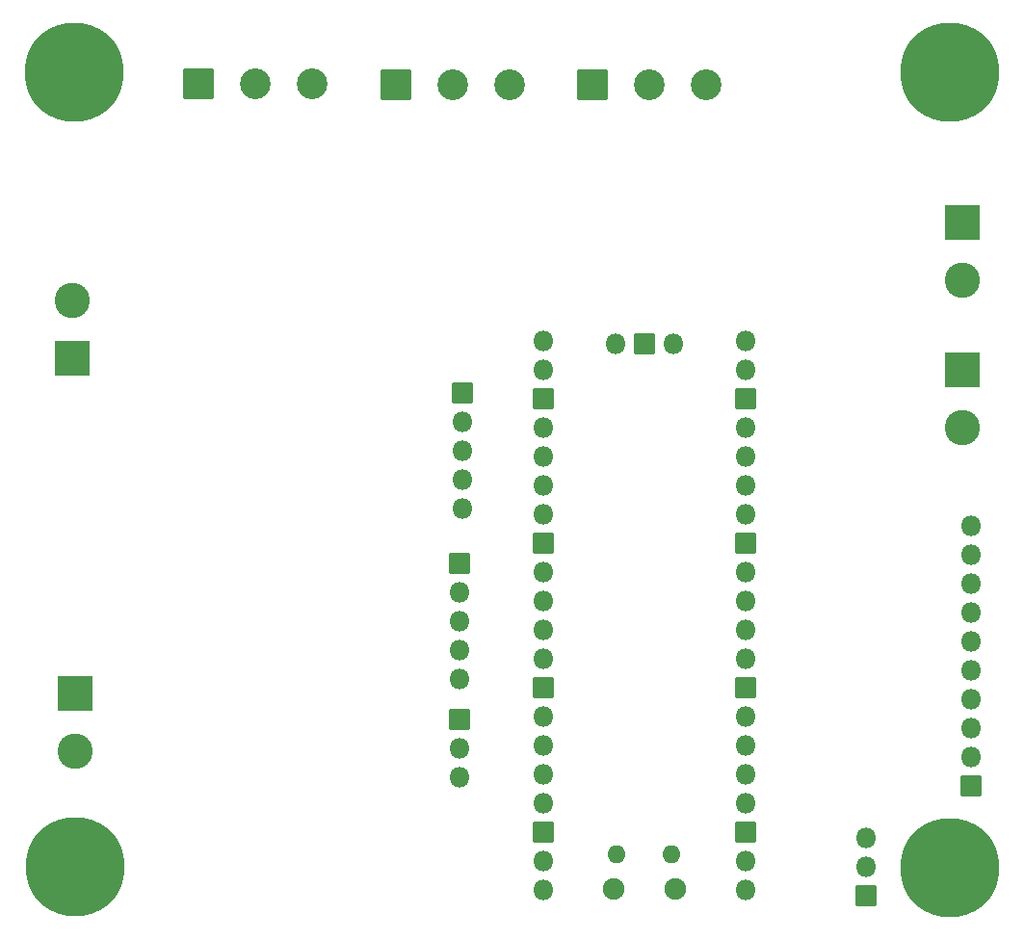
<source format=gbs>
G04 #@! TF.GenerationSoftware,KiCad,Pcbnew,7.0.1*
G04 #@! TF.CreationDate,2023-03-29T21:31:27+02:00*
G04 #@! TF.ProjectId,Kallebol_elevation,4b616c6c-6562-46f6-9c5f-656c65766174,rev?*
G04 #@! TF.SameCoordinates,Original*
G04 #@! TF.FileFunction,Soldermask,Bot*
G04 #@! TF.FilePolarity,Negative*
%FSLAX46Y46*%
G04 Gerber Fmt 4.6, Leading zero omitted, Abs format (unit mm)*
G04 Created by KiCad (PCBNEW 7.0.1) date 2023-03-29 21:31:27*
%MOMM*%
%LPD*%
G01*
G04 APERTURE LIST*
G04 Aperture macros list*
%AMRoundRect*
0 Rectangle with rounded corners*
0 $1 Rounding radius*
0 $2 $3 $4 $5 $6 $7 $8 $9 X,Y pos of 4 corners*
0 Add a 4 corners polygon primitive as box body*
4,1,4,$2,$3,$4,$5,$6,$7,$8,$9,$2,$3,0*
0 Add four circle primitives for the rounded corners*
1,1,$1+$1,$2,$3*
1,1,$1+$1,$4,$5*
1,1,$1+$1,$6,$7*
1,1,$1+$1,$8,$9*
0 Add four rect primitives between the rounded corners*
20,1,$1+$1,$2,$3,$4,$5,0*
20,1,$1+$1,$4,$5,$6,$7,0*
20,1,$1+$1,$6,$7,$8,$9,0*
20,1,$1+$1,$8,$9,$2,$3,0*%
G04 Aperture macros list end*
%ADD10C,8.702000*%
%ADD11RoundRect,0.051000X-1.500000X1.500000X-1.500000X-1.500000X1.500000X-1.500000X1.500000X1.500000X0*%
%ADD12C,3.102000*%
%ADD13RoundRect,0.051000X-1.300000X-1.300000X1.300000X-1.300000X1.300000X1.300000X-1.300000X1.300000X0*%
%ADD14C,2.702000*%
%ADD15RoundRect,0.051000X-0.850000X-0.850000X0.850000X-0.850000X0.850000X0.850000X-0.850000X0.850000X0*%
%ADD16O,1.802000X1.802000*%
%ADD17RoundRect,0.051000X1.500000X-1.500000X1.500000X1.500000X-1.500000X1.500000X-1.500000X-1.500000X0*%
%ADD18RoundRect,0.051000X0.850000X0.850000X-0.850000X0.850000X-0.850000X-0.850000X0.850000X-0.850000X0*%
%ADD19O,1.902000X1.902000*%
%ADD20O,1.602000X1.602000*%
G04 APERTURE END LIST*
D10*
X53000000Y-50000000D03*
X130000000Y-50000000D03*
X130000000Y-120000000D03*
X53086000Y-119888000D03*
D11*
X131064000Y-63246000D03*
D12*
X131064000Y-68326000D03*
D11*
X53086000Y-104648000D03*
D12*
X53086000Y-109728000D03*
D13*
X81280000Y-51105000D03*
D14*
X86280000Y-51105000D03*
X91280000Y-51105000D03*
D15*
X86868000Y-93218000D03*
D16*
X86868000Y-95758000D03*
X86868000Y-98298000D03*
X86868000Y-100838000D03*
X86868000Y-103378000D03*
D11*
X131064000Y-76200000D03*
D12*
X131064000Y-81280000D03*
D17*
X52832000Y-75184000D03*
D12*
X52832000Y-70104000D03*
D18*
X131826000Y-112776000D03*
D16*
X131826000Y-110236000D03*
X131826000Y-107696000D03*
X131826000Y-105156000D03*
X131826000Y-102616000D03*
X131826000Y-100076000D03*
X131826000Y-97536000D03*
X131826000Y-94996000D03*
X131826000Y-92456000D03*
X131826000Y-89916000D03*
D13*
X98552000Y-51105000D03*
D14*
X103552000Y-51105000D03*
X108552000Y-51105000D03*
D13*
X63914000Y-51054000D03*
D14*
X68914000Y-51054000D03*
X73914000Y-51054000D03*
D18*
X122657000Y-122413000D03*
D16*
X122657000Y-119873000D03*
X122657000Y-117333000D03*
D15*
X86893000Y-106949000D03*
D16*
X86893000Y-109489000D03*
X86893000Y-112029000D03*
D15*
X87122000Y-78232000D03*
D16*
X87122000Y-80772000D03*
X87122000Y-83312000D03*
X87122000Y-85852000D03*
X87122000Y-88392000D03*
D19*
X105849000Y-121790000D03*
D20*
X105549000Y-118760000D03*
X100699000Y-118760000D03*
D19*
X100399000Y-121790000D03*
D16*
X112014000Y-121920000D03*
X112014000Y-119380000D03*
D18*
X112014000Y-116840000D03*
D16*
X112014000Y-114300000D03*
X112014000Y-111760000D03*
X112014000Y-109220000D03*
X112014000Y-106680000D03*
D18*
X112014000Y-104140000D03*
D16*
X112014000Y-101600000D03*
X112014000Y-99060000D03*
X112014000Y-96520000D03*
X112014000Y-93980000D03*
D18*
X112014000Y-91440000D03*
D16*
X112014000Y-88900000D03*
X112014000Y-86360000D03*
X112014000Y-83820000D03*
X112014000Y-81280000D03*
D18*
X112014000Y-78740000D03*
D16*
X112014000Y-76200000D03*
X112014000Y-73660000D03*
X94234000Y-73660000D03*
X94234000Y-76200000D03*
D18*
X94234000Y-78740000D03*
D16*
X94234000Y-81280000D03*
X94234000Y-83820000D03*
X94234000Y-86360000D03*
X94234000Y-88900000D03*
D18*
X94234000Y-91440000D03*
D16*
X94234000Y-93980000D03*
X94234000Y-96520000D03*
X94234000Y-99060000D03*
X94234000Y-101600000D03*
D18*
X94234000Y-104140000D03*
D16*
X94234000Y-106680000D03*
X94234000Y-109220000D03*
X94234000Y-111760000D03*
X94234000Y-114300000D03*
D18*
X94234000Y-116840000D03*
D16*
X94234000Y-119380000D03*
X94234000Y-121920000D03*
X105664000Y-73890000D03*
D18*
X103124000Y-73890000D03*
D16*
X100584000Y-73890000D03*
M02*

</source>
